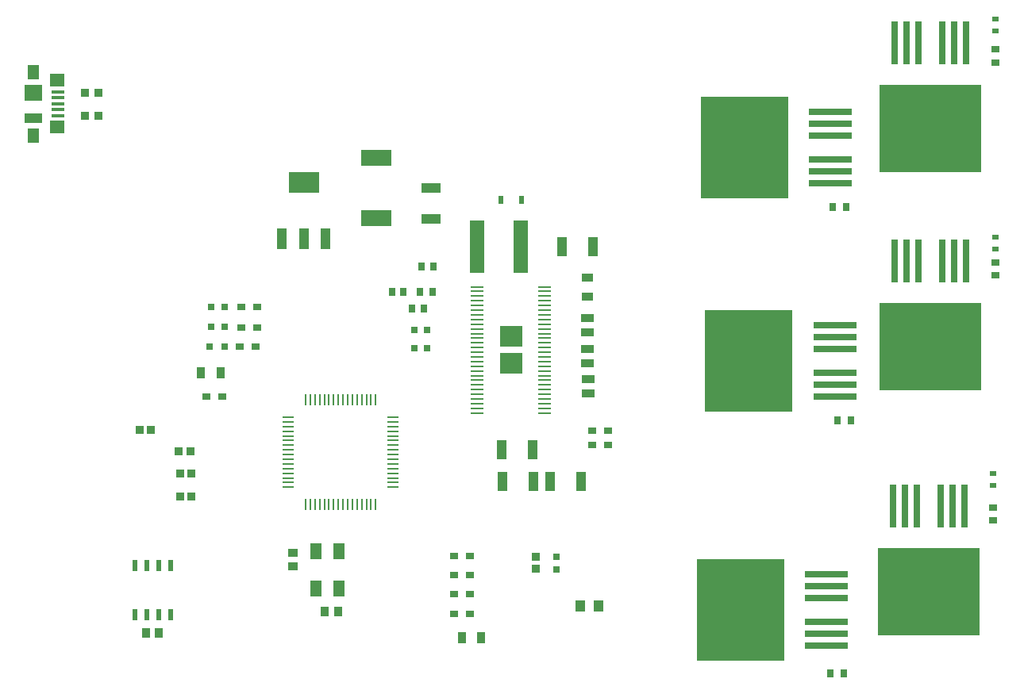
<source format=gbr>
%FSTAX23Y23*%
%MOIN*%
%SFA1B1*%

%IPPOS*%
%AMD25*
4,1,8,0.022500,0.004200,-0.022500,0.004200,-0.026700,0.000000,-0.026700,0.000000,-0.022500,-0.004200,0.022500,-0.004200,0.026700,0.000000,0.026700,0.000000,0.022500,0.004200,0.0*
1,1,0.008360,0.022500,0.000000*
1,1,0.008360,-0.022500,0.000000*
1,1,0.008360,-0.022500,0.000000*
1,1,0.008360,0.022500,0.000000*
%
%AMD36*
4,1,8,-0.004200,0.019200,-0.004200,-0.019200,0.000000,-0.023400,0.000000,-0.023400,0.004200,-0.019200,0.004200,0.019200,0.000000,0.023400,0.000000,0.023400,-0.004200,0.019200,0.0*
1,1,0.008360,0.000000,0.019200*
1,1,0.008360,0.000000,-0.019200*
1,1,0.008360,0.000000,-0.019200*
1,1,0.008360,0.000000,0.019200*
%
%AMD37*
4,1,8,-0.023400,0.000000,-0.023400,0.000000,-0.019200,-0.004200,0.019200,-0.004200,0.023400,0.000000,0.023400,0.000000,0.019200,0.004200,-0.019200,0.004200,-0.023400,0.000000,0.0*
1,1,0.008360,-0.019200,0.000000*
1,1,0.008360,-0.019200,0.000000*
1,1,0.008360,0.019200,0.000000*
1,1,0.008360,0.019200,0.000000*
%
%AMD63*
4,1,8,0.008900,0.024600,-0.008900,0.024600,-0.010800,0.022700,-0.010800,-0.022700,-0.008900,-0.024600,0.008900,-0.024600,0.010800,-0.022700,0.010800,0.022700,0.008900,0.024600,0.0*
1,1,0.003900,0.008900,0.022700*
1,1,0.003900,-0.008900,0.022700*
1,1,0.003900,-0.008900,-0.022700*
1,1,0.003900,0.008900,-0.022700*
%
%ADD18R,0.094250X0.089100*%
%ADD19R,0.094250X0.089100*%
%ADD20R,0.039370X0.051180*%
%ADD21R,0.425200X0.370080*%
%ADD22R,0.031500X0.181100*%
%ADD23R,0.047240X0.070870*%
%ADD24R,0.029530X0.033470*%
G04~CAMADD=25~8~0.0~0.0~533.6~83.7~41.8~0.0~15~0.0~0.0~0.0~0.0~0~0.0~0.0~0.0~0.0~0~0.0~0.0~0.0~0.0~533.6~83.7*
%ADD25D25*%
%ADD26R,0.053360X0.008370*%
%ADD27R,0.051180X0.064960*%
%ADD28R,0.074800X0.070870*%
%ADD29R,0.074800X0.039370*%
%ADD30R,0.061020X0.056100*%
%ADD31R,0.054330X0.017720*%
%ADD32R,0.025590X0.027560*%
%ADD33R,0.043310X0.080710*%
%ADD34R,0.035430X0.031500*%
%ADD35R,0.008370X0.046780*%
G04~CAMADD=36~8~0.0~0.0~467.8~83.7~41.8~0.0~15~0.0~0.0~0.0~0.0~0~0.0~0.0~0.0~0.0~0~0.0~0.0~0.0~90.0~84.0~467.0*
%ADD36D36*%
G04~CAMADD=37~8~0.0~0.0~83.7~467.8~41.8~0.0~15~0.0~0.0~0.0~0.0~0~0.0~0.0~0.0~0.0~0~0.0~0.0~0.0~90.0~468.0~84.0*
%ADD37D37*%
%ADD38R,0.031500X0.031500*%
%ADD39R,0.037650X0.047490*%
%ADD40R,0.041340X0.037400*%
%ADD41R,0.037400X0.041340*%
%ADD42R,0.027560X0.025590*%
%ADD43R,0.035680X0.033660*%
%ADD44R,0.031500X0.023620*%
%ADD45R,0.033940X0.025870*%
%ADD46R,0.025870X0.033940*%
%ADD47R,0.031500X0.035430*%
%ADD48R,0.029530X0.035430*%
%ADD49R,0.031500X0.037400*%
%ADD50R,0.062990X0.224410*%
%ADD51R,0.024800X0.032680*%
%ADD52R,0.047490X0.037650*%
%ADD53R,0.053150X0.037400*%
%ADD54R,0.033660X0.035680*%
%ADD55R,0.036810X0.037880*%
%ADD56R,0.035430X0.039370*%
%ADD57R,0.181100X0.031500*%
%ADD58R,0.370080X0.425200*%
%ADD59R,0.080710X0.043310*%
%ADD60R,0.039370X0.086610*%
%ADD61R,0.129920X0.086610*%
%ADD62R,0.125980X0.067720*%
G04~CAMADD=63~8~0.0~0.0~216.5~492.1~19.5~0.0~15~0.0~0.0~0.0~0.0~0~0.0~0.0~0.0~0.0~0~0.0~0.0~0.0~0.0~216.5~492.1*
%ADD63D63*%
%LNpcb_paste_top-1*%
%LPD*%
G54D18*
X04465Y02848D03*
G54D19*
X04465Y02961D03*
G54D20*
X04755Y0183D03*
X04834D03*
G54D21*
X06225Y03835D03*
X0622Y0189D03*
X06225Y0292D03*
G54D22*
X06175Y04195D03*
X06125D03*
X06075D03*
X06275D03*
X06325D03*
X06375D03*
X0617Y0225D03*
X0612D03*
X0607D03*
X0627D03*
X0632D03*
X0637D03*
X06175Y0328D03*
X06125D03*
X06075D03*
X06275D03*
X06325D03*
X06375D03*
G54D23*
X03742Y01901D03*
Y02058D03*
X03647D03*
Y01901D03*
G54D24*
X0414Y03255D03*
X04089D03*
G54D25*
X04607Y0317D03*
Y03151D03*
Y03131D03*
Y03111D03*
Y03092D03*
Y03072D03*
Y03052D03*
Y03032D03*
Y03013D03*
Y02993D03*
Y02973D03*
Y02954D03*
Y02934D03*
Y02914D03*
Y02895D03*
Y02875D03*
Y02855D03*
Y02836D03*
Y02816D03*
Y02796D03*
Y02777D03*
Y02757D03*
Y02737D03*
Y02717D03*
Y02698D03*
Y02678D03*
Y02658D03*
Y02639D03*
X04322D03*
Y02658D03*
Y02678D03*
Y02698D03*
Y02717D03*
Y02737D03*
Y02757D03*
Y02777D03*
Y02796D03*
Y02816D03*
Y02836D03*
Y02855D03*
Y02875D03*
Y02895D03*
Y02914D03*
Y02934D03*
Y02954D03*
Y02973D03*
Y02993D03*
Y03013D03*
Y03032D03*
Y03052D03*
Y03072D03*
Y03092D03*
Y03111D03*
Y03131D03*
Y03151D03*
G54D26*
X04322Y0317D03*
G54D27*
X02459Y04072D03*
Y03806D03*
G54D28*
X02459Y03985D03*
G54D29*
X02459Y03878D03*
G54D30*
X0256Y04037D03*
Y03841D03*
G54D31*
X02564Y0399D03*
Y03965D03*
Y03939D03*
Y03914D03*
Y03888D03*
G54D32*
X04111Y02913D03*
X04058D03*
X04111Y0299D03*
X04058D03*
G54D33*
X0468Y0334D03*
X04809D03*
X04629Y02352D03*
X04758D03*
X04425Y02485D03*
X04555D03*
X0443Y02352D03*
X04559D03*
G54D34*
X04293Y0204D03*
X04226D03*
X04293Y01877D03*
X04226D03*
X04293Y01958D03*
X04226D03*
X03326Y0292D03*
X03393D03*
X03331Y03D03*
X03398D03*
X03331Y03085D03*
X03398D03*
X04293Y01796D03*
X04226D03*
X04873Y02566D03*
X04806D03*
X04873Y02505D03*
X04806D03*
X03253Y0271D03*
X03186D03*
G54D35*
X03602Y02254D03*
G54D36*
X03622Y02254D03*
X03641D03*
X03661D03*
X03681D03*
X037D03*
X0372D03*
X0374D03*
X03759D03*
X03779D03*
X03799D03*
X03818D03*
X03838D03*
X03858D03*
X03877D03*
X03897D03*
Y02695D03*
X03877D03*
X03858D03*
X03838D03*
X03818D03*
X03799D03*
X03779D03*
X03759D03*
X0374D03*
X0372D03*
X037D03*
X03681D03*
X03661D03*
X03641D03*
X03622D03*
X03602D03*
G54D37*
X0397Y02327D03*
Y02347D03*
Y02366D03*
Y02386D03*
Y02406D03*
Y02425D03*
Y02445D03*
Y02465D03*
Y02484D03*
Y02504D03*
Y02524D03*
Y02543D03*
Y02563D03*
Y02583D03*
Y02602D03*
Y02622D03*
X03529D03*
Y02602D03*
Y02583D03*
Y02563D03*
Y02543D03*
Y02524D03*
Y02504D03*
Y02484D03*
Y02465D03*
Y02445D03*
Y02425D03*
Y02406D03*
Y02386D03*
Y02366D03*
Y02347D03*
Y02327D03*
G54D38*
X03261Y0292D03*
X03198D03*
X03205Y03002D03*
X03264D03*
X03205Y03085D03*
X03264D03*
G54D39*
X04259Y01695D03*
X0434D03*
X03245Y0281D03*
X03164D03*
G54D40*
X0355Y01996D03*
Y02053D03*
G54D41*
X03681Y01805D03*
X03738D03*
G54D42*
X04655Y02036D03*
Y01983D03*
G54D43*
X0457Y02034D03*
Y01985D03*
G54D44*
X0649Y02385D03*
Y02334D03*
X065Y03329D03*
Y0338D03*
Y04295D03*
Y04244D03*
G54D45*
X0649Y02187D03*
Y02242D03*
X065Y03217D03*
Y03272D03*
Y04112D03*
Y04167D03*
G54D46*
X05807Y01545D03*
X05862D03*
X05837Y0261D03*
X05892D03*
X05817Y03505D03*
X05872D03*
G54D47*
X04099Y03077D03*
X0405D03*
G54D48*
X04013Y0315D03*
X03966D03*
G54D49*
X04083Y0315D03*
X04136D03*
G54D50*
X04507Y0334D03*
X04322D03*
G54D51*
X04508Y03535D03*
X04421D03*
G54D52*
X04785Y0321D03*
Y03129D03*
G54D53*
X0479Y02781D03*
Y02722D03*
X04785Y0291D03*
Y0285D03*
Y03039D03*
Y0298D03*
G54D54*
X02954Y0257D03*
X02905D03*
X03075Y0229D03*
X03124D03*
X0307Y0248D03*
X03119D03*
X03075Y02385D03*
X03124D03*
G54D55*
X02676Y0389D03*
X02733D03*
X02676Y03985D03*
X02733D03*
G54D56*
X02934Y01715D03*
X02985D03*
G54D57*
X0579Y01661D03*
Y01711D03*
Y01761D03*
Y01961D03*
Y01911D03*
Y01861D03*
X05805Y03605D03*
Y03655D03*
Y03705D03*
Y03905D03*
Y03855D03*
Y03805D03*
X05825Y0271D03*
Y0276D03*
Y0281D03*
Y0301D03*
Y0296D03*
Y0291D03*
G54D58*
X05429Y01811D03*
X05445Y03755D03*
X05464Y0286D03*
G54D59*
X0413Y03584D03*
Y03455D03*
G54D60*
X03504Y03371D03*
X03595D03*
X03685D03*
G54D61*
X03595Y03608D03*
G54D62*
X039Y03711D03*
Y03458D03*
G54D63*
X02885Y01791D03*
X02935D03*
X02985D03*
X03035D03*
X02885Y01998D03*
X02935D03*
X02985D03*
X03035D03*
M02*
</source>
